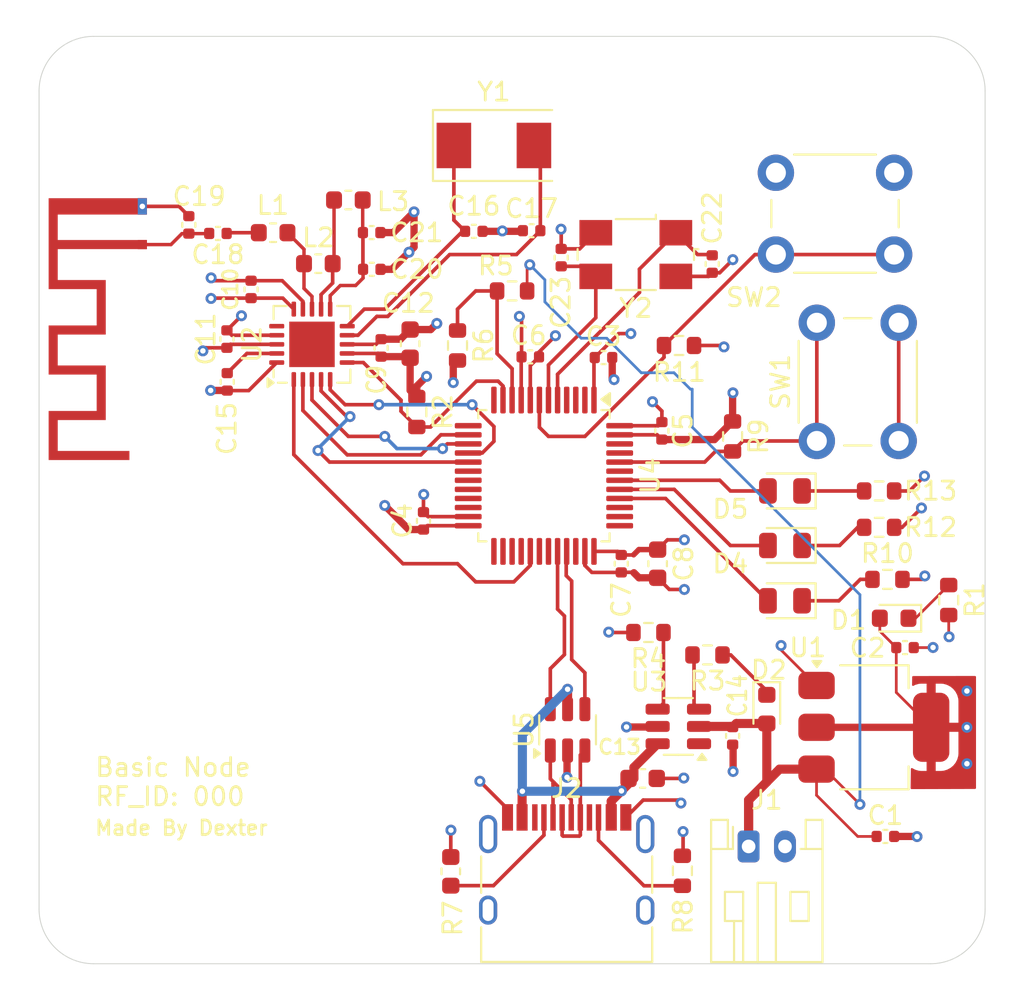
<source format=kicad_pcb>
(kicad_pcb (version 20240108) (generator "pcbnew") (generator_version "8.0")
  (layers (0 "F.Cu" signal) (1 "In1.Cu" signal) (2 "In2.Cu" signal) (31 "B.Cu" signal) (34 "B.Paste" user) (35 "F.Paste" user) (36 "B.SilkS" user "B.Silkscreen") (37 "F.SilkS" user "F.Silkscreen") (38 "B.Mask" user) (39 "F.Mask" user) (44 "Edge.Cuts" user))
  (net 0 "")
  (net 1 "GND")
  (net 2 "/to_ANT_Conn")
  (net 3 "VBUS")
  (net 4 "+3.3V")
  (net 5 "/DVDD")
  (net 6 "/ANT_Conn")
  (net 7 "/VDD_PA")
  (net 8 "/XC1")
  (net 9 "/XC2")
  (net 10 "/HSE_IN")
  (net 11 "/HSE_OUT")
  (net 12 "/Tx_LED")
  (net 13 "/Tx_C")
  (net 14 "/Rx_C")
  (net 15 "/Rx_LED")
  (net 16 "VDD")
  (net 17 "/CC2")
  (net 18 "/USB_Conn_D-")
  (net 19 "/USB_Conn_D+")
  (net 20 "/CC1")
  (net 21 "/ANT2")
  (net 22 "/ANT1")
  (net 23 "/nRF_IRQ")
  (net 24 "/BOOT0")
  (net 25 "/NRST")
  (net 26 "/CHG")
  (net 28 "/BAT_STAT")
  (net 29 "/Bat_STAT")
  (net 30 "/ISET")
  (net 31 "/SPI_SCK")
  (net 32 "/SPI_SS")
  (net 33 "/SPI_MISO")
  (net 34 "/SPI_MOSI")
  (net 36 "/nRF_CE")
  (net 60 "/USB_D+")
  (net 61 "/USB_D-")
  (net 62 "/PWR_LED")
  (net 63 "/BAT_STAT_C")
  (net 64 "/CHG_C")
  (footprint "Capacitor_SMD:C_0402_1005Metric" (layer "F.Cu") (at 127.024071 36.6637)
    (property "Reference" "C3")
    (property "Value" "1uF")
  )
  (footprint "LED_SMD:LED_0603_1608Metric" (layer "F.Cu") (at 136 56 -90)
    (property "Reference" "D2")
    (property "Value" "GREEN")
  )
  (footprint "Resistor_SMD:R_0603_1608Metric" (layer "F.Cu") (at 134.120153 41 -90)
    (property "Reference" "R9")
    (property "Value" "10k")
  )
  (footprint "Capacitor_SMD:C_0603_1608Metric" (layer "F.Cu") (at 130 48 -90)
    (property "Reference" "C8")
    (property "Value" "10uF")
  )
  (footprint "Capacitor_SMD:C_0402_1005Metric" (layer "F.Cu") (at 123 36.625588)
    (property "Reference" "C6")
    (property "Value" "1uF")
  )
  (footprint "Capacitor_SMD:C_0402_1005Metric" (layer "F.Cu") (at 143.597246 52.614658)
    (property "Reference" "C2")
    (property "Value" "22uF")
  )
  (footprint "Package_TO_SOT_SMD:SOT-23-6" (layer "F.Cu") (at 131.1375 56.95 180)
    (property "Reference" "U3")
    (property "Value" "BQ21040DBV")
  )
  (footprint "Resistor_SMD:R_0603_1608Metric" (layer "F.Cu") (at 119 36 -90)
    (property "Reference" "R6")
    (property "Value" "7k5")
  )
  (footprint "Capacitor_SMD:C_0402_1005Metric" (layer "F.Cu") (at 123.071895 29.686597 180)
    (property "Reference" "C17")
    (property "Value" "22pF")
  )
  (footprint "Package_TO_SOT_SMD:SOT-223-3_TabPin2" (layer "F.Cu") (at 141.884085 56.997425)
    (property "Reference" "U1")
    (property "Value" "AMS1117-3.3")
  )
  (footprint "Capacitor_SMD:C_0603_1608Metric" (layer "F.Cu") (at 129.176302 59.809005)
    (property "Reference" "C13")
    (property "Value" "10uF")
  )
  (footprint "LED_SMD:LED_0805_2012Metric" (layer "F.Cu") (at 137 44 180)
    (property "Reference" "D5")
    (property "Value" "BATT")
  )
  (footprint "Package_QFP:LQFP-48_7x7mm_P0.5mm" (layer "F.Cu") (at 123.75 43.1625 -90)
    (property "Reference" "U4")
    (property "Value" "STM32F072C8Tx")
  )
  (footprint "LED_SMD:LED_0805_2012Metric" (layer "F.Cu") (at 137 50.04 180)
    (property "Reference" "D3" (hide yes))
    (property "Value" "Tx RED")
  )
  (footprint "LED_SMD:LED_0805_2012Metric" (layer "F.Cu") (at 137 47 180)
    (property "Reference" "D4")
    (property "Value" "Rx BLUE")
  )
  (footprint "Capacitor_SMD:C_0402_1005Metric" (layer "F.Cu") (at 133 31.52 -90)
    (property "Reference" "C22")
    (property "Value" "22pF")
  )
  (footprint "Button_Switch_THT:SW_PUSH_6mm" (layer "F.Cu") (at 138.75 41.25 90)
    (property "Reference" "SW1")
    (property "Value" "SW_SPST")
  )
  (footprint "Connector_USB:USB_C_Receptacle_HRO_TYPE-C-31-M-12" (layer "F.Cu") (at 125 66)
    (property "Reference" "J2")
    (property "Value" "USB_C_Receptacle_USB2.0_14P")
  )
  (footprint "Inductor_SMD:L_0603_1608Metric" (layer "F.Cu") (at 113 28 180)
    (property "Reference" "L3")
    (property "Value" "3n9H")
  )
  (footprint "Capacitor_SMD:C_0402_1005Metric" (layer "F.Cu") (at 142.52 63)
    (property "Reference" "C1")
    (property "Value" "10uF")
  )
  (footprint "Inductor_SMD:L_0603_1608Metric" (layer "F.Cu") (at 118.629512 64.918783 90)
    (property "Reference" "R7")
    (property "Value" "10k")
  )
  (footprint "Button_Switch_THT:SW_PUSH_6mm" (layer "F.Cu") (at 143 31 180)
    (property "Reference" "SW2")
    (property "Value" "SW_SPST")
  )
  (footprint "Capacitor_SMD:C_0603_1608Metric" (layer "F.Cu") (at 116.394967 35.898835 90)
    (property "Reference" "C12")
    (property "Value" "10uF")
  )
  (footprint "Capacitor_SMD:C_0402_1005Metric" (layer "F.Cu") (at 114.287849 31.81077)
    (property "Reference" "C20")
    (property "Value" "2n2F")
  )
  (footprint "Capacitor_SMD:C_0402_1005Metric" (layer "F.Cu") (at 106.325065 35.64741 90)
    (property "Reference" "C11")
    (property "Value" "1uF")
  )
  (footprint "Resistor_SMD:R_0603_1608Metric" (layer "F.Cu") (at 142.630953 48.861857)
    (property "Reference" "R10")
    (property "Value" "220")
  )
  (footprint "Crystal:Crystal_SMD_0603-2Pin_6.0x3.5mm" (layer "F.Cu") (at 121 25)
    (property "Reference" "Y1")
    (property "Value" "Crystal")
  )
  (footprint "Capacitor_SMD:C_0402_1005Metric" (layer "F.Cu") (at 104.230395 29.367434 90)
    (property "Reference" "C19")
    (property "Value" "1n0F")
  )
  (footprint "Capacitor_SMD:C_0402_1005Metric" (layer "F.Cu") (at 114.280111 29.791064)
    (property "Reference" "C21")
    (property "Value" "4n2F")
  )
  (footprint "Capacitor_SMD:C_0402_1005Metric" (layer "F.Cu") (at 107.651746 32.916335 90)
    (property "Reference" "C10")
    (property "Value" "1uF")
  )
  (footprint "Resistor_SMD:R_0603_1608Metric" (layer "F.Cu") (at 142.175 46)
    (property "Reference" "R12")
    (property "Value" "220")
  )
  (footprint "Capacitor_SMD:C_0402_1005Metric" (layer "F.Cu") (at 117.128724 45.643621 90)
    (property "Reference" "C4")
    (property "Value" "1uF")
  )
  (footprint "Capacitor_SMD:C_0402_1005Metric" (layer "F.Cu") (at 119.895532 29.721419)
    (property "Reference" "C16")
    (property "Value" "22pF")
  )
  (footprint "LED_SMD:LED_0603_1608Metric" (layer "F.Cu") (at 143 51 180)
    (property "Reference" "D1")
    (property "Value" "RED")
  )
  (footprint "Resistor_SMD:R_0603_1608Metric" (layer "F.Cu") (at 129.494652 51.783422 180)
    (property "Reference" "R4")
    (property "Value" "675")
  )
  (footprint "Resistor_SMD:R_0603_1608Metric" (layer "F.Cu") (at 146 50 -90)
    (property "Reference" "R1")
    (property "Value" "220")
  )
  (footprint "Capacitor_SMD:C_0402_1005Metric" (layer "F.Cu") (at 130.233443 40.693789 -90)
    (property "Reference" "C5")
    (property "Value" "1uF")
  )
  (footprint "Crystal:Crystal_SMD_0603-4Pin_6.0x3.5mm" (layer "F.Cu") (at 128.8 31 180)
    (property "Reference" "Y2")
    (property "Value" "Crystal_GND24")
  )
  (footprint "Capacitor_SMD:C_0402_1005Metric" (layer "F.Cu") (at 106.341342 38 -90)
    (property "Reference" "C15")
    (property "Value" "1uF")
  )
  (footprint "Resistor_SMD:R_0603_1608Metric" (layer "F.Cu") (at 122 33 180)
    (property "Reference" "R5")
    (property "Value" "10k")
  )
  (footprint "Resistor_SMD:R_0603_1608Metric" (layer "F.Cu") (at 142.175 44)
    (property "Reference" "R13")
    (property "Value" "220")
  )
  (footprint "RF_Antenna:Texas_SWRA117D_2.4GHz_Left" (layer "F.Cu") (at 101.675 30.45 90)
    (property "Reference" "AE1" (hide yes))
    (property "Value" "Antenna_Loop")
  )
  (footprint "Capacitor_SMD:C_0402_1005Metric" (layer "F.Cu") (at 124.69942 31.16651 90)
    (property "Reference" "C23")
    (property "Value" "22pF")
  )
  (footprint "Capacitor_SMD:C_0402_1005Metric" (layer "F.Cu") (at 134.121378 57.470569 -90)
    (property "Reference" "C14")
    (property "Value" "10uF")
  )
  (footprint "Package_TO_SOT_SMD:SOT-23-6" (layer "F.Cu") (at 125.05 57.1375 90)
    (property "Reference" "U5")
    (property "Value" "USBLC6-2SC6")
  )
  (footprint "MountingHole:MountingHole_2.2mm_M2" (layer "F.Cu") (at 99 67)
    (property "Reference" "H2" (hide yes))
    (property "Value" "MountingHole")
  )
  (footprint "Capacitor_SMD:C_0402_1005Metric" (layer "F.Cu") (at 114.801576 36.133818 90)
    (property "Reference" "C9")
    (property "Value" "1uF")
  )
  (footprint "Inductor_SMD:L_0603_1608Metric" (layer "F.Cu") (at 108.862947 29.796853 180)
    (property "Reference" "L1")
    (property "Value" "2n2H")
  )
  (footprint "Inductor_SMD:L_0603_1608Metric" (layer "F.Cu") (at 111.34893 31.499331)
    (property "Reference" "L2")
    (property "Value" "8n2H")
  )
  (footprint "Resistor_SMD:R_0603_1608Metric" (layer "F.Cu") (at 131.360461 64.888201 90)
    (property "Reference" "R8")
    (property "Value" "10k")
  )
  (footprint "MountingHole:MountingHole_2.2mm_M2" (layer "F.Cu") (at 145 22)
    (property "Reference" "H1" (hide yes))
    (property "Value" "MountingHole")
  )
  (footprint "MountingHole:MountingHole_2.2mm_M2" (layer "F.Cu") (at 145 67)
    (property "Reference" "H3" (hide yes))
    (property "Value" "MountingHole")
  )
  (footprint "Capacitor_SMD:C_0402_1005Metric" (layer "F.Cu") (at 128 48 -90)
    (property "Reference" "C7")
    (property "Value" "1uF")
  )
  (footprint "Resistor_SMD:R_0603_1608Metric" (layer "F.Cu") (at 116.762672 39.657603 -90)
    (property "Reference" "R2")
    (property "Value" "10k")
  )
  (footprint "Resistor_SMD:R_0603_1608Metric" (layer "F.Cu") (at 131.175 36)
    (property "Reference" "R11")
    (property "Value" "10k")
  )
  (footprint "Connector_JST:JST_PH_S2B-PH-K_1x02_P2.00mm_Horizontal" (layer "F.Cu") (at 135 63.55)
    (property "Reference" "J1")
    (property "Value" "BAT")
  )
  (footprint "MountingHole:MountingHole_2.2mm_M2" (layer "F.Cu") (at 99 22)
    (property "Reference" "H4" (hide yes))
    (property "Value" "MountingHole")
  )
  (footprint "Capacitor_SMD:C_0402_1005Metric" (layer "F.Cu") (at 105.829659 29.837566 180)
    (property "Reference" "C18")
    (property "Value" "1p5F")
  )
  (footprint "Package_DFN_QFN:QFN-20-1EP_4x4mm_P0.5mm_EP2.5x2.5mm" (layer "F.Cu") (at 111 35.9375 90)
    (property "Reference" "U2")
    (property "Value" "nRF24L01P")
  )
  (footprint "Resistor_SMD:R_0603_1608Metric" (layer "F.Cu") (at 132.740968 53.017095 180)
    (property "Reference" "R3")
    (property "Value" "220")
  )
  (gr_arc (start 99 70) (mid 96.87868 69.12132) (end 96 67) (stroke (width 0.05)) (layer "Edge.Cuts"))
  (gr_line (start 96 67) (end 96 22) (stroke (width 0.05)) (layer "Edge.Cuts"))
  (gr_line (start 99 19) (end 145 19) (stroke (width 0.05)) (layer "Edge.Cuts"))
  (gr_line (start 148 22) (end 148 67) (stroke (width 0.05)) (layer "Edge.Cuts"))
  (gr_arc (start 145 19) (mid 147.12132 19.87868) (end 148 22) (stroke (width 0.05)) (layer "Edge.Cuts"))
  (gr_line (start 145 70) (end 99 70) (stroke (width 0.05)) (layer "Edge.Cuts"))
  (gr_arc (start 96 22) (mid 96.87868 19.87868) (end 99 19) (stroke (width 0.05)) (layer "Edge.Cuts"))
  (gr_arc (start 148 67) (mid 147.12132 69.12132) (end 145 70) (stroke (width 0.05)) (layer "Edge.Cuts"))
  (gr_text "Made By Dexter \n" (at 99 63 0) (layer "F.SilkS") (effects (font (size 0.8 0.8)) (justify left bottom)))
  (gr_text "Basic Node \nRF_ID: 000\n\n" (at 99 63 0) (layer "F.SilkS") (effects (font (size 1 1)) (justify left bottom)))
  (segment (start 128.25 61.955) (end 129.205 61) (width 0.2) (layer "F.Cu") (net 1))
  (segment (start 145.131762 52.614658) (end 145.138329 52.608091) (width 0.15) (layer "F.Cu") (net 1))
  (segment (start 128.669652 51.783422) (end 127.33371 51.783422) (width 0.2) (layer "F.Cu") (net 1))
  (segment (start 124.69942 30.68651) (end 124.69942 29.612565) (width 0.2) (layer "F.Cu") (net 1))
  (segment (start 143 63) (end 144.250151 63) (width 0.4) (layer "F.Cu") (net 1))
  (segment (start 120.375532 29.721419) (end 122.557073 29.721419) (width 0.4) (layer "F.Cu") (net 1))
  (segment (start 114.801576 35.653818) (end 115.864984 35.653818) (width 0.4) (layer "F.Cu") (net 1))
  (segment (start 127.504071 37.774767) (end 127.605118 37.875814) (width 0.4) (layer "F.Cu") (net 1))
  (segment (start 128.973547 48.775) (end 130 48.775) (width 0.4) (layer "F.Cu") (net 1))
  (segment (start 128.694627 48.49608) (end 128.973547 48.775) (width 0.4) (layer "F.Cu") (net 1))
  (segment (start 131.398331 64.025331) (end 131.360461 64.063201) (width 0.2) (layer "F.Cu") (net 1))
  (segment (start 131.416438 59.809005) (end 131.437597 59.787846) (width 0.2) (layer "F.Cu") (net 1))
  (segment (start 144.49811 48.861857) (end 144.685841 48.674126) (width 0.2) (layer "F.Cu") (net 1))
  (segment (start 144.077246 52.614658) (end 145.131762 52.614658) (width 0.15) (layer "F.Cu") (net 1))
  (segment (start 125.019299 58.305701) (end 125.05 58.275) (width 0.4) (layer "F.Cu") (net 1))
  (segment (start 129.205 61) (end 131.118399 61) (width 0.2) (layer "F.Cu") (net 1))
  (segment (start 106.595155 35.4375) (end 106.325065 35.16741) (width 0.2) (layer "F.Cu") (net 1))
  (segment (start 106.332409 38.471067) (end 106.341342 38.48) (width 0.4) (layer "F.Cu") (net 1))
  (segment (start 129.951302 59.809005) (end 131.416438 59.809005) (width 0.2) (layer "F.Cu") (net 1))
  (segment (start 116.610795 28.652799) (end 116.610795 30.589894) (width 0.4) (layer "F.Cu") (net 1))
  (segment (start 106.325065 35.162224) (end 107.123634 34.363655) (width 0.2) (layer "F.Cu") (net 1))
  (segment (start 109.363221 32.436335) (end 110.5 33.573114) (width 0.2) (layer "F.Cu") (net 1))
  (segment (start 127.504071 36.6637) (end 127.504071 37.774767) (width 0.4) (layer "F.Cu") (net 1))
  (segment (start 117.526523 35.123835) (end 117.862124 34.788234) (width 0.4) (layer "F.Cu") (net 1))
  (segment (start 121.75 61.487226) (end 121.75 61.955) (width 0.2) (layer "F.Cu") (net 1))
  (segment (start 115.47253 29.791064) (end 116.610795 28.652799) (width 0.4) (layer "F.Cu") (net 1))
  (segment (start 107.651746 32.436335) (end 109.363221 32.436335) (width 0.2) (layer "F.Cu") (net 1))
  (segment (start 105.610648 32.436335) (end 107.651746 32.436335) (width 0.2) (layer "F.Cu") (net 1))
  (segment (start 126.38509 48.48) (end 128 48.48) (width 0.2) (layer "F.Cu") (net 1))
  (segment (start 132.8 32.2) (end 133 32) (width 0.2) (layer "F.Cu") (net 1))
  (segment (start 114.517894 35.9375) (end 114.801576 35.653818) (width 0.2) (layer "F.Cu") (net 1))
  (segment (start 118.766031 37.058969) (end 119 36.825) (width 0.4) (layer "F.Cu") (net 1))
  (segment (start 143 46) (end 143.437775 46) (width 0.2) (layer "F.Cu") (net 1))
  (segment (start 123.48 36.362217) (end 124.380657 35.46156) (width 0.2) (layer "F.Cu") (net 1))
  (segment (start 127.33371 51.783422) (end 127.310842 51.760554) (width 0.2) (layer "F.Cu") (net 1))
  (segment (start 128.000001 48.47331) (end 128.671857 48.47331) (width 0.2) (layer "F.Cu") (net 1))
  (segment (start 114.760111 29.791064) (end 115.47253 29.791064) (width 0.4) (layer "F.Cu") (net 1))
  (segment (start 105.429096 38.471067) (end 106.332409 38.471067) (width 0.4) (layer "F.Cu") (net 1))
  (segment (start 106.325065 35.16741) (end 106.325065 35.162224) (width 0.2) (layer "F.Cu") (net 1))
  (segment (start 117.128724 45.163621) (end 117.128724 44.205281) (width 0.2) (layer "F.Cu") (net 1))
  (segment (start 112.9375 35.9375) (end 114.517894 35.9375) (width 0.2) (layer "F.Cu") (net 1))
  (segment (start 144.250151 63) (end 144.257762 63.007611) (width 0.4) (layer "F.Cu") (net 1))
  (segment (start 134.120153 40.175) (end 133.121364 41.173789) (width 0.4) (layer "F.Cu") (net 1))
  (segment (start 114.767849 31.81077) (end 115.389919 31.81077) (width 0.4) (layer "F.Cu") (net 1))
  (segment (start 110.5 33.573114) (end 110.5 34) (width 0.2) (layer "F.Cu") (net 1))
  (segment (start 115.389919 31.81077) (end 116.331574 30.869115) (width 0.4) (layer "F.Cu") (net 1))
  (segment (start 123 39) (end 123 37.105588) (width 0.2) (layer "F.Cu") (net 1))
  (segment (start 120.227314 59.96454) (end 121.75 61.487226) (width 0.2) (layer "F.Cu") (net 1))
  (segment (start 130.642361 49.417361) (end 130 48.775) (width 0.2) (layer "F.Cu") (net 1))
  (segment (start 131.118399 61) (end 131.280535 61.162136) (width 0.2) (layer "F.Cu") (net 1))
  (segment (start 143.455953 48.861857) (end 144.49811 48.861857) (width 0.2) (layer "F.Cu") (net 1))
  (segment (start 126 48.09491) (end 126.38509 48.48) (width 0.2) (layer "F.Cu") (net 1))
  (segment (start 117.377603 45.4125) (end 117.128724 45.163621) (width 0.2) (layer "F.Cu") (net 1))
  (segment (start 106.341342 38.48) (end 107.52 38.48) (width 0.2) (layer "F.Cu") (net 1))
  (segment (start 127.9125 40.9125) (end 129.972154 40.9125) (width 0.2) (layer "F.Cu") (net 1))
  (segment (start 130 48.775) (end 130.01608 48.79108) (width 0.3) (layer "F.Cu") (net 1))
  (segment (start 128.694627 48.49608) (end 128.671857 48.47331) (width 0.2) (layer "F.Cu") (net 1))
  (segment (start 126.6 29.8) (end 125.71349 30.68651) (width 0.2) (layer "F.Cu") (net 1))
  (segment (start 103.692961 28.35) (end 104.230395 28.887434) (width 0.2) (layer "F.Cu") (net 1))
  (segment (start 122.557073 29.721419) (end 122.591895 29.686597) (width 0.4) (layer "F.Cu") (net 1))
  (segment (start 136.785473 52.500477) (end 136.785473 52.748813) (width 0.15) (layer "F.Cu") (net 1))
  (segment (start 116.394967 35.123835) (end 117.526523 35.123835) (width 0.4) (layer "F.Cu") (net 1))
  (segment (start 128.288147 56.9807) (end 129.9693 56.9807) (width 0.4) (layer "F.Cu") (net 1))
  (segment (start 123 37.105588) (end 123.48 36.625588) (width 0.2) (layer "F.Cu") (net 1))
  (segment (start 143 44) (end 143.844384 44) (width 0.2) (layer "F.Cu") (net 1))
  (segment (start 125.019299 59.748913) (end 125.019299 58.305701) (width 0.4) (layer "F.Cu") (net 1))
  (segment (start 133.411126 32) (end 134.131906 31.27922) (width 0.2) (layer "F.Cu") (net 1))
  (segment (start 136.785473 52.748813) (end 138.734085 54.697425) (width 0.15) (layer "F.Cu") (net 1))
  (segment (start 146 52.000577) (end 146.01984 52.020417) (width 0.15) (layer "F.Cu") (net 1))
  (segment (start 115.864984 35.653818) (end 116.394967 35.123835) (width 0.4) (layer "F.Cu") (net 1))
  (segment (start 119.5875 45.4125) (end 117.377603 45.4125) (width 0.2) (layer "F.Cu") (net 1))
  (segment (start 101.675 28.35) (end 103.692961 28.35) (width 0.2) (layer "F.Cu") (net 1))
  (segment (start 143.437775 46) (end 144.501988 44.935787) (width 0.2) (layer "F.Cu") (net 1))
  (segment (start 133.121364 41.173789) (end 130.233443 41.173789) (width 0.4) (layer "F.Cu") (net 1))
  (segment (start 107.52 38.48) (end 109.0625 36.9375) (width 0.2) (layer "F.Cu") (net 1))
  (segment (start 133 32) (end 133.411126 32) (width 0.2) (layer "F.Cu") (net 1))
  (segment (start 131.468045 49.417361) (end 130.642361 49.417361) (width 0.2) (layer "F.Cu") (net 1))
  (segment (start 109.0625 35.4375) (end 106.595155 35.4375) (width 0.2) (layer "F.Cu") (net 1))
  (segment (start 146 50.825) (end 146 52.000577) (width 0.15) (layer "F.Cu") (net 1))
  (segment (start 134.148514 59.424973) (end 134.148514 57.977705) (width 0.4) (layer "F.Cu") (net 1))
  (segment (start 129.972154 40.9125) (end 130.233443 41.173789) (width 0.2) (layer "F.Cu") (net 1))
  (segment (start 134.120153 40.175) (end 134.120153 38.623352) (width 0.4) (layer "F.Cu") (net 1))
  (segment (start 118.629512 64.131283) (end 118.629512 62.661775) (width 0.2) (layer "F.Cu") (net 1))
  (segment (start 105.457184 32.282871) (end 105.610648 32.436335) (width 0.2) (layer "F.Cu") (net 1))
  (segment (start 118.766031 38.037238) (end 118.766031 37.058969) (width 0.4) (layer "F.Cu") (net 1))
  (segment (start 131 32.2) (end 132.8 32.2) (width 0.2) (layer "F.Cu") (net 1))
  (segment (start 123.48 36.625588) (end 123.48 36.362217) (width 0.2) (layer "F.Cu") (net 1))
  (segment (start 143.844384 44) (end 144.665413 43.178971) (width 0.2) (layer "F.Cu") (net 1))
  (segment (start 134.148514 57.977705) (end 134.121378 57.950569) (width 0.4) (layer "F.Cu") (net 1))
  (segment (start 129.9693 56.9807) (end 130 56.95) (width 0.4) (layer "F.Cu") (net 1))
  (segment (start 125.71349 30.68651) (end 124.69942 30.68651) (width 0.2) (layer "F.Cu") (net 1))
  (segment (start 124.69942 29.612565) (end 124.69075 29.603895) (width 0.2) (layer "F.Cu") (net 1))
  (segment (start 131.398331 62.732753) (end 131.398331 64.025331) (width 0.2) (layer "F.Cu") (net 1))
  (segment (start 134.120153 38.623352) (end 134.138697 38.604808) (width 0.4) (layer "F.Cu") (net 1))
  (segment (start 126 47.325) (end 126 48.09491) (width 0.2) (layer "F.Cu") (net 1))
  (segment (start 116.610795 30.589894) (end 116.331574 30.869115) (width 0.4) (layer "F.Cu") (net 1))
  (segment (start 130.01608 48.79108) (end 130.02465 48.79108) (width 0.3) (layer "F.Cu") (net 1))
  (segment (start 117.128724 44.205281) (end 117.141829 44.192176) (width 0.2) (layer "F.Cu") (net 1))
  (segment (start 118.629512 62.661775) (end 118.637064 62.654223) (width 0.2) (layer "F.Cu") (net 1))
  (via (at 131.398331 62.732753) (size 0.6) (drill 0.3) (layers "F.Cu" "B.Cu") (net 1))
  (via (at 105.457184 32.282871) (size 0.6) (drill 0.3) (layers "F.Cu" "B.Cu") (net 1))
  (via (at 136.785473 52.500477) (size 0.6) (drill 0.3) (layers "F.Cu" "B.Cu") (net 1))
  (via (at 144.501988 44.935787) (size 0.6) (drill 0.3) (layers "F.Cu" "B.Cu") (net 1))
  (via (at 107.123634 34.363655) (size 0.6) (drill 0.3) (layers "F.Cu" "B.Cu") (net 1))
  (via (at 117.141829 44.192176) (size 0.6) (drill 0.3) (layers "F.Cu" "B.Cu") (net 1))
  (via (at 146.01984 52.020417) (size 0.6) (drill 0.3) (layers "F.Cu" "B.Cu") (net 1))
  (via (at 144.257762 63.007611) (size 0.6) (drill 0.3) (layers "F.Cu" "B.Cu") (net 1))
  (via (at 131.468045 49.417361) (size 0.6) (drill 0.3) (layers "F.Cu" "B.Cu") (net 1))
  (via (at 125.019299 59.748913) (size 0.6) (drill 0.3) (layers "F.Cu" "B.Cu") (net 1))
  (via (at 124.69075 29.603895) (size 0.6) (drill 0.3) (layers "F.Cu" "B.Cu") (net 1))
  (via (at 145.138329 52.608091) (size 0.6) (drill 0.3) (layers "F.Cu" "B.Cu") (net 1))
  (via (at 118.766031 38.037238) (size 0.6) (drill 0.3) (layers "F.Cu" "B.Cu") (net 1))
  (via (at 117.862124 34.788234) (size 0.6) (drill 0.3) (layers "F.Cu" "B.Cu") (net 1))
  (via (at 144.685841 48.674126) (size 0.6) (drill 0.3) (layers "F.Cu" "B.Cu") (net 1))
  (via (at 131.280535 61.162136) (size 0.6) (drill 0.3) (layers "F.Cu" "B.Cu") (net 1))
  (via (at 134.148514 59.424973) (size 0.6) (drill 0.3) (layers "F.Cu" "B.Cu") (net 1))
  (via (at 121.462258 29.699877) (size 0.6) (drill 0.3) (layers "F.Cu" "B.Cu") (net 1))
  (via (at 144.665413 43.178971) (size 0.6) (drill 0.3) (layers "F.Cu" "B.Cu") (net 1))
  (via (at 127.605118 37.875814) (size 0.6) (drill 0.3) (layers "F.Cu" "B.Cu") (net 1))
  (via (at 134.138697 38.604808) (size 0.6) (drill 0.3) (layers "F.Cu" "B.Cu") (net 1))
  (via (at 116.331574 30.869115) (size 0.6) (drill 0.3) (layers "F.Cu" "B.Cu") (net 1))
  (via (at 116.610795 28.652799) (size 0.6) (drill 0.3) (layers "F.Cu" "B.Cu") (net 1))
  (via (at 118.637064 62.654223) (size 0.6) (drill 0.3) (layers "F.Cu" "B.Cu") (net 1))
  (via (at 134.131906 31.27922) (size 0.6) (drill 0.3) (layers "F.Cu" "B.Cu") (net 1))
  (via (at 105.429096 38.471067) (size 0.6) (drill 0.3) (layers "F.Cu" "B.Cu") (net 1))
  (via (at 124.380657 35.46156) (size 0.6) (drill 0.3) (layers "F.Cu" "B.Cu") (net 1))
  (via (at 127.310842 51.760554) (size 0.6) (drill 0.3) (layers "F.Cu" "B.Cu") (net 1))
  (via (at 120.227314 59.96454) (size 0.6) (drill 0.3) (layers "F.Cu" "B.Cu") (net 1))
  (via (at 131.437597 59.787846) (size 0.6) (drill 0.3) (layers "F.Cu" "B.Cu") (net 1))
  (via (at 128.288147 56.9807) (size 0.6) (drill 0.3) (layers "F.Cu" "B.Cu") (net 1))
  (segment (start 104.230395 29.847434) (end 105.339791 29.847434) (width 0.19) (layer "F.Cu") (net 2))
  (segment (start 101.675 30.45) (end 103.25 30.45) (width 0.19) (layer "F.Cu") (net 2))
  (segment (start 103.852566 29.847434) (end 104.230395 29.847434) (width 0.19) (layer "F.Cu") (net 2))
  (segment (start 103.25 30.45) (end 103.852566 29.847434) (width 0.19) (layer "F.Cu") (net 2))
  (segment (start 105.339791 29.847434) (end 105.349659 29.837566) (width 0.19) (layer "F.Cu") (net 2))
  (segment (start 128.696302 59.203698) (end 130 57.9) (width 0.5) (layer "F.Cu") (net 3))
  (segment (start 125.05 54.904778) (end 125.05 56) (width 0.5) (layer "F.Cu") (net 3))
  (segment (start 128.696302 59.809005) (end 128.010715 60.494592) (width 0.5) (layer "F.Cu") (net 3))
  (segment (start 128.010715 60.494592) (end 127.45 61.055307) (width 0.5) (layer "F.Cu") (net 3))
  (segment (start 128.696302 59.809005) (end 128.696302 59.203698) (width 0.5) (layer "F.Cu") (net 3))
  (segment (start 127.45 61.055307) (end 127.45 61.955) (width 0.5) (layer "F.Cu") (net 3))
  (segment (start 122.55 60.529184) (end 122.56497 60.514214) (width 0.5) (layer "F.Cu") (net 3))
  (segment (start 122.55 61.955) (end 122.55 60.529184) (width 0.5) (layer "F.Cu") (net 3))
  (via (at 125.05 54.904778) (size 0.6) (drill 0.3) (layers "F.Cu" "B.Cu") (net 3))
  (via (at 122.56497 60.514214) (size 0.6) (drill 0.3) (layers "F.Cu" "B.Cu") (net 3))
  (via (at 128.010715 60.494592) (size 0.6) (drill 0.3) (layers "F.Cu" "B.Cu") (net 3))
  (segment (start 125.05 54.904778) (end 122.56497 57.389808) (width 0.5) (layer "B.Cu") (net 3))
  (segment (start 122.56497 57.389808) (end 122.56497 60.514214) (width 0.5) (layer "B.Cu") (net 3))
  (segment (start 127.991093 60.514214) (end 128.010715 60.494592) (width 0.5) (layer "B.Cu") (net 3))
  (segment (start 122.56497 60.514214) (end 127.991093 60.514214) (width 0.5) (layer "B.Cu") (net 3))
  (segment (start 116.394967 38.464898) (end 116.762672 38.832603) (width 0.4) (layer "F.Cu") (net 4))
  (segment (start 128.966856 47.225) (end 130 47.225) (width 0.3) (layer "F.Cu") (net 4))
  (segment (start 126.544071 36.6637) (end 127.86194 35.345831) (width 0.2) (layer "F.Cu") (net 4))
  (segment (start 112.9375 36.4375) (end 114.625258 36.4375) (width 0.2) (layer "F.Cu") (net 4))
  (segment (start 132 36) (end 133.568081 36) (width 0.2) (layer "F.Cu") (net 4))
  (segment (start 105.450283 33.413756) (end 105.467704 33.396335) (width 0.2) (layer "F.Cu") (net 4))
  (segment (start 116.323621 46.123621) (end 117.128724 46.123621) (width 0.4) (layer "F.Cu") (net 4))
  (segment (start 106.325065 36.12741) (end 106.514975 35.9375) (width 0.2) (layer "F.Cu") (net 4))
  (segment (start 126.5 47.325) (end 127.805 47.325) (width 0.2) (layer "F.Cu") (net 4))
  (segment (start 128.680936 47.51092) (end 128.966856 47.225) (width 0.3) (layer "F.Cu") (net 4))
  (segment (start 142.2125 51) (end 142.2125 51.709912) (width 0.15) (layer "F.Cu") (net 4))
  (segment (start 116.33495 36.613818) (end 116.394967 36.673835) (width 0.4) (layer "F.Cu") (net 4))
  (segment (start 143.25 41.25) (end 143.25 34.75) (width 0.2) (layer "F.Cu") (net 4))
  (segment (start 106.514975 35.9375) (end 109.0625 35.9375) (width 0.2) (layer "F.Cu") (net 4))
  (segment (start 131.468045 46.688413) (end 130.536587 46.688413) (width 0.2) (layer "F.Cu") (net 4))
  (segment (start 127.9125 40.4125) (end 130.034732 40.4125) (width 0.2) (layer "F.Cu") (net 4))
  (segment (start 127.86194 35.345831) (end 128.526077 35.345831) (width 0.2) (layer "F.Cu") (net 4))
  (segment (start 142.2125 51.709912) (end 143.117246 52.614658) (width 0.15) (layer "F.Cu") (net 4))
  (segment (start 117.128724 46.123621) (end 117.150046 46.123621) (width 0.2) (layer "F.Cu") (net 4))
  (segment (start 122.52 34.52) (end 122.4 34.4) (width 0.2) (layer "F.Cu") (net 4))
  (segment (start 114.625258 36.4375) (end 114.801576 36.613818) (width 0.2) (layer "F.Cu") (net 4))
  (segment (start 116.394967 36.673835) (end 116.394967 38.464898) (width 0.4) (layer "F.Cu") (net 4))
  (segment (start 106.325065 36.12741) (end 105.17259 36.12741) (width 0.2) (layer "F.Cu") (net 4))
  (segment (start 117.128724 46.123621) (end 117.339845 45.9125) (width 0.2) (layer "F.Cu") (net 4))
  (segment (start 133.568081 36) (end 133.646611 36.07853) (width 0.2) (layer "F.Cu") (net 4))
  (segment (start 128 47.52) (end 128.671856 47.52) (width 0.2) (layer "F.Cu") (net 4))
  (segment (start 130.233443 39.607283) (end 129.717165 39.091005) (width 0.2) (layer "F.Cu") (net 4))
  (segment (start 128.671856 47.52) (end 128.680936 47.51092) (width 0.2) (layer "F.Cu") (net 4))
  (segment (start 105.467704 33.396335) (end 107.651746 33.396335) (width 0.2) (layer "F.Cu") (net 4))
  (segment (start 138.734085 56.997425) (end 145.034085 56.997425) (width 0.4) (layer "F.Cu") (net 4))
  (segment (start 115 44.8) (end 116.323621 46.123621) (width 0.4) (layer "F.Cu") (net 4))
  (segment (start 114.801576 36.613818) (end 116.33495 36.613818) (width 0.4) (layer "F.Cu") (net 4))
  (segment (start 117.150046 46.123621) (end 117.374832 45.898835) (width 0.2) (layer "F.Cu") (net 4))
  (segment (start 126.5 36.707771) (end 126.544071 36.6637) (width 0.2) (layer "F.Cu") (net 4))
  (segment (start 143.117246 52.614658) (end 143.117246 55.080586) (width 0.15) (layer "F.Cu") (net 4))
  (segment (start 127.805 47.325) (end 128 47.52) (width 0.2) (layer "F.Cu") (net 4))
  (segment (start 109.396335 33.396335) (end 110 34) (width 0.2) (layer "F.Cu") (net 4))
  (segment (start 122.52 36.625588) (end 122.52 34.52) (width 0.2) (layer "F.Cu") (net 4))
  (segment (start 130.034732 40.4125) (end 130.233443 40.213789) (width 0.2) (layer "F.Cu") (net 4))
  (segment (start 116.762672 38.832603) (end 116.762672 38.237328) (width 0.4) (layer "F.Cu") (net 4))
  (segment (start 126.5 39) (end 126.5 36.707771) (width 0.2) (layer "F.Cu") (net 4))
  (segment (start 122.5 36.645588) (end 122.52 36.625588) (width 0.2) (layer "F.Cu") (net 4))
  (segment (start 107.651746 33.396335) (end 109.396335 33.396335) (width 0.2) (layer "F.Cu") (net 4))
  (segment (start 116.762672 38.237328) (end 117.3 37.7) (width 0.4) (layer "F.Cu") (net 4))
  (segment (start 117.339845 45.9125) (end 119.5875 45.9125) (width 0.2) (layer "F.Cu") (net 4))
  (segment (start 130.536587 46.688413) (end 130 47.225) (width 0.2) (layer "F.Cu") (net 4))
  (segment (start 143.117246 55.080586) (end 145.034085 56.997425) (width 0.15) (layer "F.Cu") (net 4))
  (segment (start 122.5 39) (end 122.5 36.645588) (width 0.2) (layer "F.Cu") (net 4))
  (segment (start 105.17259 36.12741) (end 105.002955 36.297045) (width 0.2) (layer "F.Cu") (net 4))
  (segment (start 130.233443 40.213789) (end 130.233443 39.607283) (width 0.2) (layer "F.Cu") (net 4))
  (via (at 105.450283 33.413756) (size 0.6) (drill 0.3) (layers "F.Cu" "B.Cu") (net 4))
  (via (at 147 57) (size 0.6) (drill 0.3) (layers "F.Cu" "B.Cu") (net 4))
  (via (at 133.646611 36.07853) (size 0.6) (drill 0.3) (layers "F.Cu" "B.Cu") (net 4))
  (via (at 128.526077 35.345831) (size 0.6) (drill 0.3) (layers "F.Cu" "B.Cu") (net 4))
  (via (at 105.002955 36.297045) (size 0.6) (drill 0.3) (layers "F.Cu" "B.Cu") (net 4))
  (via (at 129.717165 39.091005) (size 0.6) (drill 0.3) (layers "F.Cu" "B.Cu") (net 4))
  (via (at 131.468045 46.688413) (size 0.6) (drill 0.3) (layers "F.Cu" "B.Cu") (net 4))
  (via (at 122.4 34.4) (size 0.6) (drill 0.3) (layers "F.Cu" "B.Cu") (net 4))
  (via (at 147 59) (size 0.6) (drill 0.3) (layers "F.Cu" "B.Cu") (net 4))
  (via (at 115 44.8) (size 0.6) (drill 0.3) (layers "F.Cu" "B.Cu") (net 4))
  (via (at 147 55) (size 0.6) (drill 0.3) (layers "F.Cu" "B.Cu") (net 4))
  (via (at 117.3 37.7) (size 0.6) (drill 0.3) (layers "F.Cu" "B.Cu") (net 4))
  (segment (start 109.0625 36.4375) (end 107.423842 36.4375) (width 0.2) (layer "F.Cu") (net 5))
  (segment (start 107.423842 36.4375) (end 106.341342 37.52) (width 0.2) (layer "F.Cu") (net 5))
  (segment (start 108.075447 29.796853) (end 106.350372 29.796853) (width 0.2) (layer "F.Cu") (net 6))
  (segment (start 106.350372 29.796853) (end 106.309659 29.837566) (width 0.2) (layer "F.Cu") (net 6))
  (segment (start 108.034734 29.837566) (end 108.075447 29.796853) (width 0.2) (layer "F.Cu") (net 6))
  (segment (start 113.800111 29.791064) (end 113.800111 31.803032) (width 0.2) (layer "F.Cu") (net 7))
  (segment (start 112.558614 32.7) (end 113.4 32.7) (width 0.19) (layer "F.Cu") (net 7))
  (segment (start 112 34) (end 112 33.258614) (width 0.19) (layer "F.Cu") (net 7))
  (segment (start 113.4 32.7) (end 113.807849 32.292151) (width 0.19) (layer "F.Cu") (net 7))
  (segment (start 113.7875 28) (end 113.7875 29.778453) (width 0.19) (layer "F.Cu") (net 7))
  (segment (start 113.807849 32.292151) (end 113.807849 31.81077) (width 0.19) (layer "F.Cu") (net 7))
  (segment (start 113.7875 29.778453) (end 113.800111 29.791064) (width 0.19) (layer "F.Cu") (net 7))
  (segment (start 112 33.258614) (end 112.558614 32.7) (width 0.19) (layer "F.Cu") (net 7))
  (segment (start 113.800111 31.803032) (end 113.807849 31.81077) (width 0.2) (layer "F.Cu") (net 7))
  (segment (start 119.278581 29.721419) (end 119.415532 29.721419) (width 0.2) (layer "F.Cu") (net 8))
  (segment (start 119.415532 29.721419) (end 118.8 29.105887) (width 0.2) (layer "F.Cu") (net 8))
  (segment (start 112.9375 34.9375) (end 113.875 34) (width 0.2) (layer "F.Cu") (net 8))
  (segment (start 115 34) (end 119.278581 29.721419) (width 0.2) (layer "F.Cu") (net 8))
  (segment (start 118.8 29.105887) (end 118.8 25) (width 0.2) (layer "F.Cu") (net 8))
  (segment (start 113.875 34) (end 115 34) (width 0.2) (layer "F.Cu") (net 8))
  (segment (start 115.165686 34.4) (end 114.565686 34.4) (width 0.2) (layer "F.Cu") (net 9))
  (segment (start 123.551895 29.686597) (end 123.551895 25.351895) (width 0.2) (layer "F.Cu") (net 9))
  (segment (start 123.551895 29.686597) (end 122.238492 31) (width 0.2) (layer "F.Cu") (net 9))
  (segment (start 123.551895 25.351895) (end 123.2 25) (width 0.2) (layer "F.Cu") (net 9))
  (segment (start 113.528186 35.4375) (end 112.9375 35.4375) (width 0.2) (layer "F.Cu") (net 9))
  (segment (start 118.565686 31) (end 115.165686 34.4) (width 0.2) (layer "F.Cu") (net 9))
  (segment (start 122.238492 31) (end 118.565686 31) (width 0.2) (layer "F.Cu") (net 9))
  (segment (start 114.565686 34.4) (end 113.528186 35.4375) (width 0.2) (layer "F.Cu") (net 9))
  (segment (start 129 31.8) (end 131 29.8) (width 0.2) (layer "F.Cu") (net 10))
  (segment (start 132.2 31) (end 131 29.8) (width 0.2) (layer "F.Cu") (net 10))
  (segment (start 124.5 39) (end 124.5 37.583444) (width 0.2) (layer "F.Cu") (net 10))
  (segment (start 133 31) (end 132.2 31) (width 0.2) (layer "F.Cu") (net 10))
  (segment (start 124.5 37.583444) (end 129 33.083444) (width 0.2) (layer "F.Cu") (net 10))
  (segment (start 129 33.083444) (end 129 31.8) (width 0.2) (layer "F.Cu") (net 10))
  (segment (start 126.6 32.2) (end 126.6 34.472632) (width 0.2) (layer "F.Cu") (net 11))
  (segment (start 126.04651 31.64651) (end 126.6 32.2) (width 0.2) (layer "F.Cu") (net 11))
  (segment (start 126.6 34.472632) (end 124 37.072632) (width 0.2) (layer "F.Cu") (net 11))
  (segment (start 124.69942 31.64651) (end 126.04651 31.64651) (width 0.2) (layer "F.Cu") (net 11))
  (segment (start 124 37.072632) (end 124 39) (width 0.2) (layer "F.Cu") (net 11))
  (segment (start 127.9125 44.4125) (end 130.435 44.4125) (width 0.2) (layer "F.Cu") (net 12))
  (segment (start 130.435 44.4125) (end 136.0625 50.04) (width 0.2) (layer "F.Cu") (net 12))
  (segment (start 137.9375 50.04) (end 139.96 50.04) (width 0.2) (layer "F.Cu") (net 13))
  (segment (start 141.138143 48.861857) (end 141.805953 48.861857) (width 0.2) (layer "F.Cu") (net 13))
  (segment (start 139.96 50.04) (end 141.138143 48.861857) (width 0.2) (layer "F.Cu") (net 13))
  (segment (start 141 46) (end 141.35 46) (width 0.2) (layer "F.Cu") (net 14))
  (segment (start 140 47) (end 141 46) (width 0.2) (layer "F.Cu") (net 14))
  (segment (start 137.9375 47) (end 140 47) (width 0.2) (layer "F.Cu") (net 14))
  (segment (start 127.9125 43.9125) (end 130.9125 43.9125) (width 0.2) (layer "F.Cu") (net 15))
  (segment (start 134 47) (end 136.0625 47) (width 0.2) (layer "F.Cu") (net 15))
  (segment (start 130.9125 43.9125) (end 134 47) (width 0.2) (layer "F.Cu") (net 15))
  (segment (start 135 63.55) (end 135 61) (width 0.5) (layer "F.Cu") (net 16))
  (segment (start 136 56.7875) (end 134.324447 56.7875) (width 0.5) (layer "F.Cu") (net 16))
  (segment (start 122.825 31.702545) (end 122.825 33) (width 0.15) (layer "F.Cu") (net 16))
  (segment (start 139.180897 59.297425) (end 141.119064 61.235592) (width 0.15) (layer "F.Cu") (net 16))
  (segment (start 136 56.7875) (end 136 60.000001) (width 0.5) (layer "F.Cu") (net 16))
  (segment (start 134.080809 56.95) (end 134.121378 56.990569) (width 0.5) (layer "F.Cu") (net 16))
  (segment (start 141 63) (end 142.04 63) (width 0.15) (layer "F.Cu") (net 16))
  (segment (start 135 61) (end 136.702575 59.297425) (width 0.5) (layer "F.Cu") (net 16))
  (segment (start 132.275 56.95) (end 134.080809 56.95) (width 0.5) (layer "F.Cu") (net 16))
  (segment (start 138.734085 59.297425) (end 138.734085 60.734085) (width 0.15) (layer "F.Cu") (net 16))
  (segment (start 138.734085 59.297425) (end 139.180897 59.297425) (width 0.15) (layer "F.Cu") (net 16))
  (segment (start 135 61.000001) (end 135 63.55) (width 0.5) (layer "F.Cu") (net 16))
  (segment (start 134.324447 56.7875) (end 134.121378 56.990569) (width 0.5) (layer "F.Cu") (net 16))
  (segment (start 136 60.000001) (end 135 61.000001) (width 0.5) (layer "F.Cu") (net 16))
  (segment (start 136.702575 59.297425) (end 138.734085 59.297425) (width 0.5) (layer "F.Cu") (net 16))
  (segment (start 122.97055 31.556995) (end 122.825 31.702545) (width 0.15) (layer "F.Cu") (net 16))
  (segment (start 138.734085 60.734085) (end 141 63) (width 0.15) (layer "F.Cu") (net 16))
  (via (at 141.119064 61.235592) (size 0.6) (drill 0.3) (layers "F.Cu" "B.Cu") (net 16))
  (via (at 122.97055 31.556995) (size 0.6) (drill 0.3) (layers "F.Cu" "B.Cu") (net 16))
  (segment (start 127.2 35.6) (end 125.8 35.6) (width 0.15) (layer "B.Cu") (net 16))
  (segment (start 131.9 38.4) (end 131.8 38.4) (width 0.15) (layer "B.Cu") (net 16))
  (segment (start 130.9 37.5) (end 129.1 37.5) (width 0.15) (layer "B.Cu") (net 16))
  (segment (start 141.119064 49.705509) (end 131.9 40.486445) (width 0.15) (layer "B.Cu") (net 16))
  (segment (start 131.8 38.4) (end 130.9 37.5) (width 0.15) (layer "B.Cu") (net 16))
  (segment (start 125.8 35.6) (end 123.8 33.6) (width 0.15) (layer "B.Cu") (net 16))
  (segment (start 129.1 37.5) (end 127.2 35.6) (width 0.15) (layer "B.Cu") (net 16))
  (segment (start 123.8 33.6) (end 123.8 32.386445) (width 0.15) (layer "B.Cu") (net 16))
  (segment (start 141.119064 61.235592) (end 141.119064 49.705509) (width 0.15) (layer "B.Cu") (net 16))
  (segment (start 123.8 32.386445) (end 122.97055 31.556995) (width 0.15) (layer "B.Cu") (net 16))
  (segment (start 131.9 40.486445) (end 131.9 38.4) (width 0.15) (layer "B.Cu") (net 16))
  (segment (start 129.248607 65.713201) (end 131.360461 65.713201) (width 0.2) (layer "F.Cu") (net 17))
  (segment (start 126.75 61.955) (end 126.75 63.214594) (width 0.2) (layer "F.Cu") (net 17))
  (segment (start 126.75 63.214594) (end 129.248607 65.713201) (width 0.2) (layer "F.Cu") (net 17))
  (segment (start 124.25 61.955) (end 124.25 60.08) (width 0.2) (layer "F.Cu") (net 18))
  (segment (start 125.25 60.98) (end 125.25 61.955) (width 0.2) (layer "F.Cu") (net 18))
  (segment (start 124.25 60.08) (end 124.3 60.03) (width 0.2) (layer "F.Cu") (net 18))
  (segment (start 124.1 59.83) (end 124.1 58.275) (width 0.2) (layer "F.Cu") (net 18))
  (segment (start 124.3 60.03) (end 125.25 60.98) (width 0.2) (layer "F.Cu") (net 18))
  (segment (start 124.3 60.03) (end 124.1 59.83) (width 0.2) (layer "F.Cu") (net 18))
  (segment (start 124.8 62.98) (end 124.75 62.93) (width 0.2) (layer "F.Cu") (net 19))
  (segment (start 125.7 62.98) (end 124.8 62.98) (width 0.2) (layer "F.Cu") (net 19))
  (segment (start 124.75 62.93) (end 124.75 61.955) (width 0.2) (layer "F.Cu") (net 19))
  (segment (start 125.75 62.93) (end 125.7 62.98) (width 0.2) (layer "F.Cu") (net 19))
  (segment (start 125.75 58.525) (end 126 58.275) (width 0.2) (layer "F.Cu") (net 19))
  (segment (start 125.75 61.955) (end 125.75 58.525) (width 0.2) (layer "F.Cu") (net 19))
  (segment (start 125.75 61.955) (end 125.75 62.93) (width 0.2) (layer "F.Cu") (net 19))
  (segment (start 118.629512 65.706283) (end 120.973717 65.706283) (width 0.2) (layer "F.Cu") (net 20))
  (segment (start 123.75 62.93) (end 123.75 61.955) (width 0.2) (layer "F.Cu") (net 20))
  (segment (start 120.973717 65.706283) (end 123.75 62.93) (width 0.2) (layer "F.Cu") (net 20))
  (segment (start 110.56143 31.499331) (end 110.56143 32.86143) (width 0.19) (layer "F.Cu") (net 21))
  (segment (start 110.56143 32.86143) (end 111 33.3) (width 0.19) (layer "F.Cu") (net 21))
  (segment (start 110.56143 31.499331) (end 110.56143 30.707836) (width 0.19) (layer "F.Cu") (net 21))
  (segment (start 110.56143 30.707836) (end 109.650447 29.796853) (width 0.19) (layer "F.Cu") (net 21))
  (segment (start 111 33.3) (end 111 34) (width 0.19) (layer "F.Cu") (net 21))
  (segment (start 112.13643 32.56357) (end 111.5 33.2) (width 0.2) (layer "F.Cu") (net 22))
  (segment (start 112.2125 31.423261) (end 112.13643 31.499331) (width 0.19) (layer "F.Cu") (net 22))
  (segment (start 111.5 33.2) (end 111.5 34) (width 0.2) (layer "F.Cu") (net 22))
  (segment (start 112.2125 28) (end 112.2125 31.423261) (width 0.19) (layer "F.Cu") (net 22))
  (segment (start 112.13643 31.499331) (end 112.13643 32.56357) (width 0.2) (layer "F.Cu") (net 22))
  (segment (start 121.23241 37.9625) (end 121.5 38.23009) (width 0.2) (layer "F.Cu") (net 23))
  (segment (start 116.762672 40.482603) (end 115.893778 39.613709) (width 0.2) (layer "F.Cu") (net 23))
  (segment (start 121.5 38.23009) (end 121.5 39) (width 0.2) (layer "F.Cu") (net 23))
  (segment (start 115.893778 39.00698) (end 113.824298 36.9375) (width 0.2) (layer "F.Cu") (net 23))
  (segment (start 120.0375 37.9625) (end 121.23241 37.9625) (width 0.2) (layer "F.Cu") (net 23))
  (segment (start 113.824298 36.9375) (end 112.9375 36.9375) (width 0.2) (layer "F.Cu") (net 23))
  (segment (start 115.893778 39.613709) (end 115.893778 39.00698) (width 0.2) (layer "F.Cu") (net 23))
  (segment (start 117.517397 40.482603) (end 120.0375 37.9625) (width 0.2) (layer "F.Cu") (net 23))
  (segment (start 116.762672 40.482603) (end 117.517397 40.482603) (width 0.2) (layer "F.Cu") (net 23))
  (segment (start 138.75 34.75) (end 138.75 41.25) (width 0.2) (layer "F.Cu") (net 24))
  (segment (start 138.75 41.25) (end 134.695153 41.25) (width 0.2) (layer "F.Cu") (net 24))
  (segment (start 127.9125 42.4125) (end 132.5875 42.4125) (width 0.2) (layer "F.Cu") (net 24))
  (segment (start 133.175 41.825) (end 134.120153 41.825) (width 0.2) (layer "F.Cu") (net 24))
  (segment (start 134.695153 41.25) (end 134.120153 41.825) (width 0.2) (layer "F.Cu") (net 24))
  (segment (start 132.5875 42.4125) (end 133.175 41.825) (width 0.2) (layer "F.Cu") (net 24))
  (segment (start 130.35 36) (end 135.35 31) (width 0.2) (layer "F.Cu") (net 25))
  (segment (start 126 41) (end 130.35 36.65) (width 0.2) (layer "F.Cu") (net 25))
  (segment (start 123.5 39) (end 123.5 40.5) (width 0.2) (layer "F.Cu") (net 25))
  (segment (start 135.35 31) (end 136.5 31) (width 0.2) (layer "F.Cu") (net 25))
  (segment (start 136.5 31) (end 143 31) (width 0.2) (layer "F.Cu") (net 25))
  (segment (start 130.35 36.65) (end 130.35 36) (width 0.2) (layer "F.Cu") (net 25))
  (segment (start 124 41) (end 126 41) (width 0.2) (layer "F.Cu") (net 25))
  (segment (start 123.5 40.5) (end 124 41) (width 0.2) (layer "F.Cu") (net 25))
  (segment (start 132 53.101127) (end 132 55.725) (width 0.2) (layer "F.Cu") (net 26))
  (segment (start 131.915968 53.017095) (end 132 53.101127) (width 0.2) (layer "F.Cu") (net 26))
  (segment (start 132 55.725) (end 132.275 56) (width 0.2) (layer "F.Cu") (net 26))
  (segment (start 134 44) (end 136.0625 44) (width 0.2) (layer "F.Cu") (net 28))
  (segment (start 127.9125 43.4125) (end 133.4125 43.4125) (width 0.2) (layer "F.Cu") (net 28))
  (segment (start 133.4125 43.4125) (end 134 44) (width 0.2) (layer "F.Cu") (net 28))
  (segment (start 121.175 36.450632) (end 121.175 33) (width 0.2) (layer "F.Cu") (net 29))
  (segment (start 121.175 33) (end 120 33) (width 0.2) (layer "F.Cu") (net 29))
  (segment (start 119 34) (end 119 35.175) (width 0.2) (layer "F.Cu") (net 29))
  (segment (start 122 37.275632) (end 121.175 36.450632) (width 0.2) (layer "F.Cu") (net 29))
  (segment (start 120 33) (end 119 34) (width 0.2) (layer "F.Cu") (net 29))
  (segment (start 122 39) (end 122 37.275632) (width 0.2) (layer "F.Cu") (net 29))
  (segment (start 130.319652 55.680348) (end 130.319652 51.783422) (width 0.2) (layer "F.Cu") (net 30))
  (segment (start 130 56) (end 130.319652 55.680348) (width 0.2) (layer "F.Cu") (net 30))
  (segment (start 113 41) (end 115 41) (width 0.2) (layer "F.Cu") (net 31))
  (segment (start 111 37.875) (end 111 39) (width 0.2) (layer "F.Cu") (net 31))
  (segment (start 118.179449 41.669081) (end 118.43603 41.4125) (width 0.2) (layer "F.Cu") (net 31))
  (segment (start 111 39) (end 113 41) (width 0.2) (layer "F.Cu") (net 31))
  (segment (start 118.43603 41.4125) (end 119.5875 41.4125) (width 0.2) (layer "F.Cu") (net 31))
  (via (at 118.179449 41.669081) (size 0.6) (drill 0.3) (layers "F.Cu" "B.Cu") (net 31))
  (via (at 115 41) (size 0.6) (drill 0.3) (layers "F.Cu" "B.Cu") (net 31))
  (segment (start 115 41) (end 115.669081 41.669081) (width 0.2) (layer "B.Cu") (net 31))
  (segment (start 115.669081 41.669081) (end 118.179449 41.669081) (width 0.2) (layer "B.Cu") (net 31))
  (segment (start 116.9875 42.0125) (end 112.936764 42.0125) (width 0.2) (layer "F.Cu") (net 32))
  (segment (start 119.5875 40.9125) (end 118.0875 40.9125) (width 0.2) (layer "F.Cu") (net 32))
  (segment (start 110.5 39.575736) (end 110.5 37.875) (width 0.2) (layer "F.Cu") (net 32))
  (segment (start 118.0875 40.9125) (end 116.9875 42.0125) (width 0.2) (layer "F.Cu") (net 32))
  (segment (start 112.936764 42.0125) (end 110.5 39.575736) (width 0.2) (layer "F.Cu") (net 32))
  (segment (start 121 40.455251) (end 119.800258 39.255509) (width 0.2) (layer "F.Cu") (net 33))
  (segment (start 119.5875 41.9125) (end 120.35741 41.9125) (width 0.2) (layer "F.Cu") (net 33))
  (segment (start 112.821195 39.255509) (end 112 38.434314) (width 0.2) (layer "F.Cu") (net 33))
  (segment (start 120.35741 41.9125) (end 121 41.26991) (width 0.2) (layer "F.Cu") (net 33))
  (segment (start 114.678084 39.255509) (end 112.821195 39.255509) (width 0.2) (layer "F.Cu") (net 33))
  (segment (start 112 38.434314) (end 112 37.875) (width 0.2) (layer "F.Cu") (net 33))
  (segment (start 121 41.26991) (end 121 40.455251) (width 0.2) (layer "F.Cu") (net 33))
  (via (at 114.678084 39.255509) (size 0.6) (drill 0.3) (layers "F.Cu" "B.Cu") (net 33))
  (via (at 119.800258 39.255509) (size 0.6) (drill 0.3) (layers "F.Cu" "B.Cu") (net 33))
  (segment (start 114.678084 39.255509) (end 119.800258 39.255509) (width 0.2) (layer "B.Cu") (net 33))
  (segment (start 112.908561 39.908561) (end 111.5 38.5) (width 0.2) (layer "F.Cu") (net 34))
  (segment (start 111.329411 41.774973) (end 111.966938 42.4125) (width 0.2) (layer "F.Cu") (net 34))
  (segment (start 113.091438 39.908561) (end 112.908561 39.908561) (width 0.2) (layer "F.Cu") (net 34))
  (segment (start 111.966938 42.4125) (end 119.5875 42.4125) (width 0.2) (layer "F.Cu") (net 34))
  (segment (start 111.5 38.5) (end 111.5 37.875) (width 0.2) (layer "F.Cu") (net 34))
  (via (at 111.329411 41.774973) (size 0.6) (drill 0.3) (layers "F.Cu" "B.Cu") (net 34))
  (via (at 113.091438 39.908561) (size 0.6) (drill 0.3) (layers "F.Cu" "B.Cu") (net 34))
  (segment (start 113.091438 39.908561) (end 111.329411 41.670588) (width 0.2) (layer "B.Cu") (net 34))
  (segment (start 111.329411 41.670588) (end 111.329411 41.774973) (width 0.2) (layer "B.Cu") (net 34))
  (segment (start 110 37.875) (end 110 42) (width 0.2) (layer "F.Cu") (net 36))
  (segment (start 122.09491 49) (end 123 48.09491) (width 0.2) (layer "F.Cu") (net 36))
  (segment (start 123 48.09491) (end 123 47.325) (width 0.2) (layer "F.Cu") (net 36))
  (segment (start 116 48) (end 119 48) (width 0.2) (layer "F.Cu") (net 36))
  (segment (start 110 42) (end 116 48) (width 0.2) (layer "F.Cu") (net 36))
  (segment (start 119 48) (end 120 49) (width 0.2) (layer "F.Cu") (net 36))
  (segment (start 120 49) (end 122.09491 49) (width 0.2) (layer "F.Cu") (net 36))
  (segment (start 125.275 48.9568) (end 125.275 53.275) (width 0.2) (layer "F.Cu") (net 60))
  (segment (start 125 47.325) (end 124.975 47.35) (width 0.2) (layer "F.Cu") (net 60))
  (segment (start 126 54) (end 126 56) (width 0.2) (layer "F.Cu") (net 60))
  (segment (start 124.975 47.35) (end 124.975 48.6568) (width 0.2) (layer "F.Cu") (net 60))
  (segment (start 124.975 48.6568) (end 125.275 48.9568) (width 0.2) (layer "F.Cu") (net 60))
  (segment (start 125.275 53.275) (end 126 54) (width 0.2) (layer "F.Cu") (net 60))
  (segment (start 124.5 47.325) (end 124.5 50.5) (width 0.2) (layer "F.Cu") (net 61))
  (segment (start 124.875 53) (end 124.1 53.775) (width 0.2) (layer "F.Cu") (net 61))
  (segment (start 124.1 53.775) (end 124.1 56) (width 0.2) (layer "F.Cu") (net 61))
  (segment (start 124.5 50.5) (end 124.875 50.875) (width 0.2) (layer "F.Cu") (net 61))
  (segment (start 124.875 50.875) (end 124.875 53) (width 0.2) (layer "F.Cu") (net 61))
  (segment (start 143.7875 51) (end 144.175 51) (width 0.15) (layer "F.Cu") (net 62))
  (segment (start 144.175 51) (end 146 49.175) (width 0.15) (layer "F.Cu") (net 62))
  (segment (start 137.9375 44) (end 141.35 44) (width 0.2) (layer "F.Cu") (net 63))
  (segment (start 134.017095 53.017095) (end 136 55) (width 0.2) (layer "F.Cu") (net 64))
  (segment (start 136 55) (end 136 55.2125) (width 0.2) (layer "F.Cu") (net 64))
  (segment (start 133.565968 53.017095) (end 134.017095 53.017095) (width 0.2) (layer "F.Cu") (net 64))
  (zone (net 4) (net_name "+3.3V") (layer "F.Cu") (priority 2) (connect_pads (clearance 0.1)) (min_thickness 0.1) (fill yes (thermal_gap 0.5) (thermal_bridge_width 0.5) (island_removal_mode 1) (island_area_min 10))
    (polygon (pts (xy 143.992114 54.178211) (xy 143.903963 60.39776) (xy 147.537206 60.388379) (xy 147.559244 54.173727)))
  )
)
</source>
